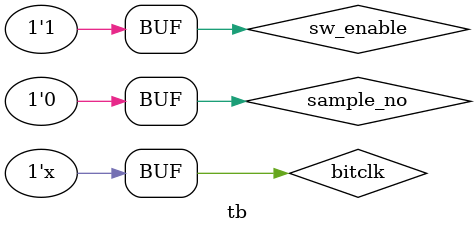
<source format=v>
module tb;
   reg sw_enable;
   reg sample_no;
   reg bitclk;
   reg sdata_in;

   wire sdata_out;
   wire sync;
   wire reset;
   wire [23:0] flash_a;
   wire flash_adv_n;
   wire flash_ce_n;
   wire flash_clk;
   wire flash_oe_n;
   wire flash_we_n;
   wire [19:0] square_sample;
   wire        strobe;
   

   AC97 ac(/*AUTOINST*/
           // Outputs
           .ac97_sdata_out              (sdata_out),
           .ac97_sync                   (sync),
           .ac97_reset_b                (reset),
           .flash_a                     (flash_a[23:0]),
           .flash_adv_n                 (flash_adv_n),
           .flash_ce_n                  (flash_ce_n),
           .flash_clk                   (flash_clk),
           .flash_oe_n                  (flash_oe_n),
           .flash_we_n                  (flash_we_n),
           .square_sample  (square_sample),
           .strobe (strobe),
           // Inputs
           .square_wave_enable          (sw_enable),
           .sample_no                   (sample_no),
           .ac97_bitclk                 (bitclk),
           .ac97_sdata_in               (1'h0),
           .flash_wait                  (1'h0),
           .flash_d                     (16'h0));

   initial begin
      bitclk=0;
      sample_no=0;
      sw_enable=1;
   end
   always #5 bitclk = ~bitclk;
   
   endmodule
</source>
